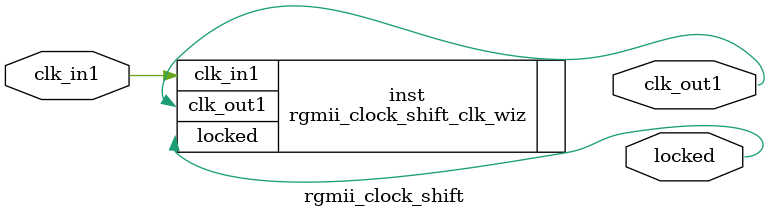
<source format=v>


`timescale 1ps/1ps

(* CORE_GENERATION_INFO = "rgmii_clock_shift,clk_wiz_v6_0_3_0_0,{component_name=rgmii_clock_shift,use_phase_alignment=true,use_min_o_jitter=false,use_max_i_jitter=false,use_dyn_phase_shift=false,use_inclk_switchover=false,use_dyn_reconfig=false,enable_axi=0,feedback_source=FDBK_AUTO,PRIMITIVE=MMCM,num_out_clk=1,clkin1_period=8.000,clkin2_period=10.000,use_power_down=false,use_reset=false,use_locked=true,use_inclk_stopped=false,feedback_type=SINGLE,CLOCK_MGR_TYPE=NA,manual_override=false}" *)

module rgmii_clock_shift 
 (
  // Clock out ports
  output        clk_out1,
  // Status and control signals
  output        locked,
 // Clock in ports
  input         clk_in1
 );

  rgmii_clock_shift_clk_wiz inst
  (
  // Clock out ports  
  .clk_out1(clk_out1),
  // Status and control signals               
  .locked(locked),
 // Clock in ports
  .clk_in1(clk_in1)
  );

endmodule

</source>
